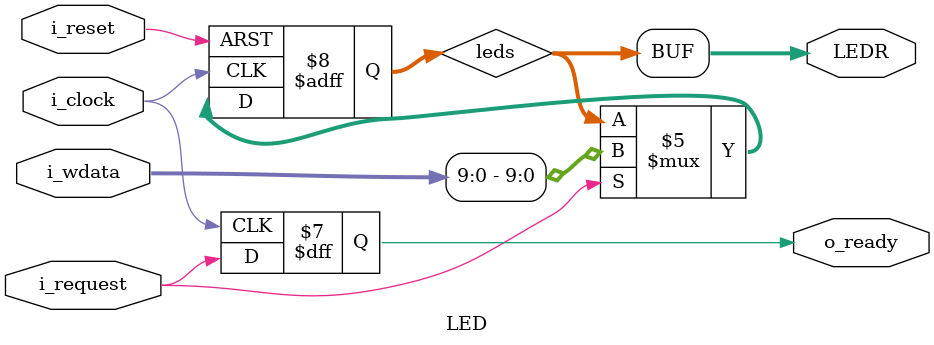
<source format=sv>

`timescale 1ns/1ns

module LED(
	input i_reset,
	input i_clock,
	input i_request,
	input [31:0] i_wdata,
	output bit o_ready,
	output [9:0] LEDR
);

	bit [9:0] leds;

	initial o_ready = 0;
	initial leds = 10'b0;
	
	assign LEDR = leds;

	always_ff @(posedge i_clock, posedge i_reset) begin
		if (i_reset) begin
			leds <= 10'b0;
		end
		else if (i_request) begin
			leds <= i_wdata[9:0];
		end
	end

	always @(posedge i_clock)
		o_ready <= i_request;

endmodule
</source>
